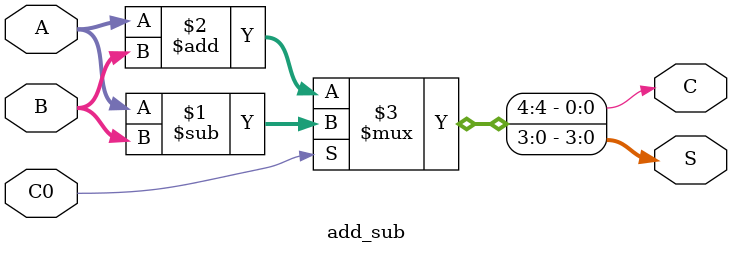
<source format=v>

module half_adder(S, C, x, y); 
    input x, y;
    output S, C;
    xor(S, x, y); 
    and(C, x, y); 
endmodule

module full_adder(S, C, x, y, z);
    input x, y, z;
    output  S, C;
    wire S1, C1, C2; 
    half_adder HA1(S1, C1, x, y); 
    half_adder HA2(S, C2, S1, z); 
    or G1(C, C2, C1); 
endmodule

module _4_bit_add_sub(S, C, V, A, B, C0);
    input C0;
    input [3:0] A, B;
    output C, V;
    output [3:0] S;
    wire C1, C2, C3; 
    wire w0, w1, w2, w3; 
    xor G1(w0, B[0], C0); 
    xor G2(w1, B[1], C0); 
    xor G3(w2, B[2], C0); 
    xor G4(w3, B[3], C0); 
    full_adder FA0 (S[0], C1, w0, A[0], C0); 
    full_adder FA1 (S[1], C2, w1, A[1], C1); 
    full_adder FA2 (S[2], C3, w2, A[2], C2); 
    full_adder FA3 (S[3], C, w3, A[3], C3); 
    xor G5(V, C, C3); 
endmodule

// Dataflow

module add_sub (S, C, A, B, C0); 
    output [3: 0] S; 
    output C; 
    input [3: 0] A, B; 
    input C0;
    assign {C, S} = C0 ? A - B : A + B ; 
endmodule
</source>
